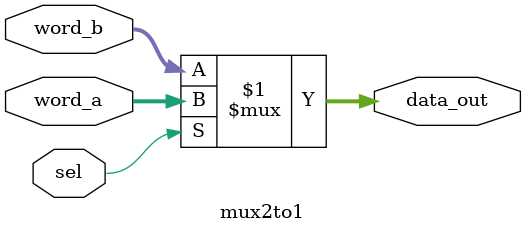
<source format=v>
module mux2to1 (
  	input [31:0]word_a,
  	input [31:0]word_b,// Entradas de dados
    input sel,     // Seletores
  output [31:0]data_out      // Saída de dados
);

  assign data_out = sel ? word_a : word_b;

endmodule

</source>
